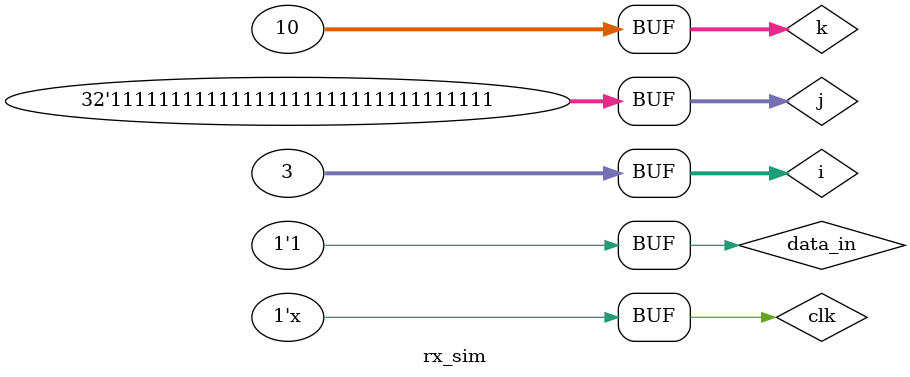
<source format=v>
`timescale 1ns / 1ps
module rx_sim(  );

parameter clock_per_bit=104170*2;// number of clock cycles your hardware can afford per bit
parameter data_size=10;//data size with the noises 
parameter data_freq=16;//stats. freq i.e no of data
parameter data_times=3;
reg clk,data_in;//clocks and the reciever pin
wire  out_tx;
//data to send
//add more data and change data_size and data_freq(data size can be adjusted in the function at the end of program
localparam [7:0]T=8'b01010100;//
localparam [7:0]h=8'b01101000;//
localparam [7:0]e=8'b01100101;//
localparam [7:0]s=8'b00100000;//
localparam [7:0]a=8'b01100001;//
localparam [7:0]r=8'b01110010;//
localparam [7:0]t=8'b01110100 ;//
localparam [7:0]o=8'b01101111;//
localparam [7:0]f=8'b01100110;//
localparam [7:0]c=8'b01100011;//
localparam [7:0]d=8'b01100100;//
localparam [7:0]F=8'b00101110;//

//the function utilizes to create data array with bit conct.
localparam [data_size*data_freq-1:0]data={data_uart(T),data_uart(h),data_uart(e),data_uart(s),data_uart(a),data_uart(r),data_uart(t),data_uart(s),data_uart(o),data_uart(f),data_uart(s),data_uart(c),data_uart(o),data_uart(d),data_uart(e),data_uart(F)};

//wire data_state;
main uut1(
    clk,//clock of fpga
    data_in,// the reciver pin in fpga
    //data_state,
    out_tx // the data obtained
    //data_state
    );
integer i=0,j=0,k=0;//gen varialbes

//begins
initial begin
clk=0;
    for(i=0;i<data_times;i=i+1)
    begin
    for (j=data_freq-1; j>=0; j=j-1)
    begin
    for (k=0; k<data_size; k=k+1)
       begin
        data_in=data[j*data_size+k];
        #clock_per_bit;
       end
    end
    end

end
//runs clock
always 
#10 clk =  ! clk; //oscillate clock betn 0 and 1 every 10 clock cycles i.e 10 ns
//function that inputs data and surround with noises and data send iniater
//mirror image
function [data_size-1:0] data_uart;
    input[7:0] val;
begin
    data_uart={1'b1,val,1'b0};//returns concat.. data
end
endfunction
endmodule

</source>
